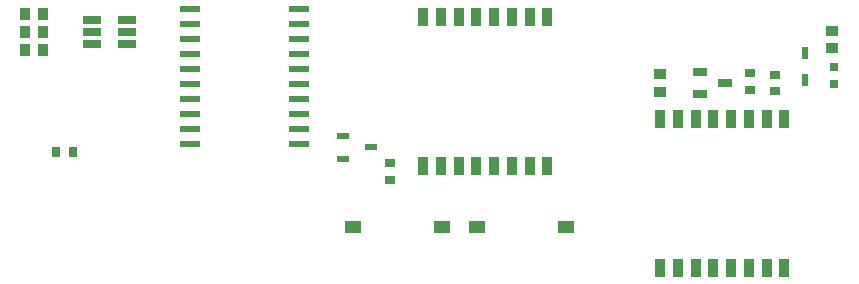
<source format=gbr>
G04 EAGLE Gerber RS-274X export*
G75*
%MOMM*%
%FSLAX34Y34*%
%LPD*%
%INSolderpaste Top*%
%IPPOS*%
%AMOC8*
5,1,8,0,0,1.08239X$1,22.5*%
G01*
%ADD10R,1.765300X0.558800*%
%ADD11R,0.660400X0.939800*%
%ADD12R,0.939800X0.660400*%
%ADD13R,0.500000X1.075000*%
%ADD14R,1.250000X0.650000*%
%ADD15R,0.850000X1.000000*%
%ADD16R,1.600000X0.700000*%
%ADD17R,1.000000X0.600000*%
%ADD18R,1.450000X1.000000*%
%ADD19R,0.950000X1.600000*%
%ADD20R,1.000000X0.850000*%
%ADD21R,0.800000X0.800000*%


D10*
X300292Y120650D03*
X300292Y133350D03*
X300292Y146050D03*
X300292Y158750D03*
X300292Y171450D03*
X300292Y184150D03*
X300292Y196850D03*
X300292Y209550D03*
X300292Y222250D03*
X300292Y234950D03*
X207709Y234950D03*
X207709Y222250D03*
X207709Y209550D03*
X207709Y196850D03*
X207709Y184150D03*
X207709Y171450D03*
X207709Y158750D03*
X207709Y146050D03*
X207709Y133350D03*
X207709Y120650D03*
D11*
X108712Y114300D03*
X94488Y114300D03*
D12*
X377190Y90678D03*
X377190Y104902D03*
X681990Y166878D03*
X681990Y181102D03*
D13*
X728980Y175070D03*
X728980Y198310D03*
D14*
X639740Y182220D03*
X639740Y163220D03*
X660740Y172720D03*
D15*
X68700Y231140D03*
X83700Y231140D03*
X68700Y215900D03*
X83700Y215900D03*
X68700Y200660D03*
X83700Y200660D03*
D16*
X124700Y226400D03*
X154700Y226400D03*
X124700Y215900D03*
X154700Y215900D03*
X124700Y205400D03*
X154700Y205400D03*
D17*
X337250Y127660D03*
X337250Y108560D03*
X361250Y118110D03*
D18*
X451200Y50800D03*
X526700Y50800D03*
X421290Y50800D03*
X345790Y50800D03*
D19*
X510540Y228600D03*
X495540Y228600D03*
X480540Y228600D03*
X465540Y228600D03*
X450540Y228600D03*
X435540Y228600D03*
X420540Y228600D03*
X405540Y228600D03*
X405540Y102600D03*
X420540Y102600D03*
X435540Y102600D03*
X450540Y102600D03*
X465540Y102600D03*
X480540Y102600D03*
X495540Y102600D03*
X510540Y102600D03*
X711200Y142240D03*
X696200Y142240D03*
X681200Y142240D03*
X666200Y142240D03*
X651200Y142240D03*
X636200Y142240D03*
X621200Y142240D03*
X606200Y142240D03*
X606200Y16240D03*
X621200Y16240D03*
X636200Y16240D03*
X651200Y16240D03*
X666200Y16240D03*
X681200Y16240D03*
X696200Y16240D03*
X711200Y16240D03*
D12*
X703580Y179832D03*
X703580Y165608D03*
D20*
X605790Y165220D03*
X605790Y180220D03*
D21*
X753110Y171570D03*
X753110Y186570D03*
D20*
X751840Y202050D03*
X751840Y217050D03*
M02*

</source>
